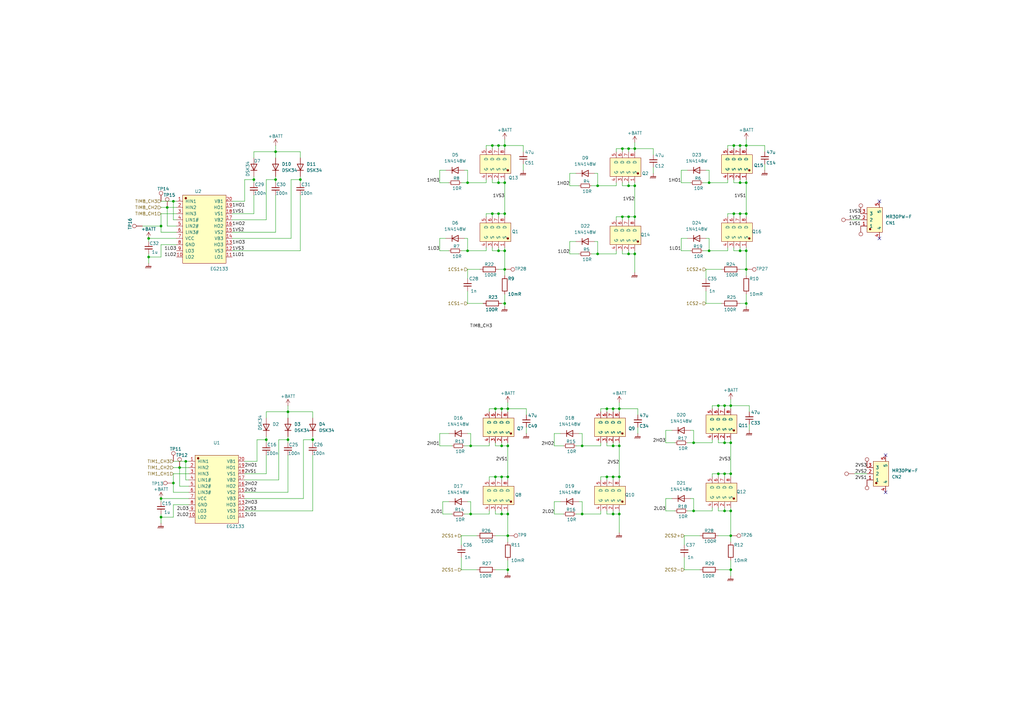
<source format=kicad_sch>
(kicad_sch (version 20231120) (generator "eeschema") (generator_version "8.0")
  (paper "A3")
  (junction (at 208.28 233.68))
  (junction (at 260.35 60.96))
  (junction (at 299.72 219.71))
  (junction (at 254 210.82))
  (junction (at 118.11 180.34))
  (junction (at 294.64 166.37))
  (junction (at 257.81 76.2))
  (junction (at 303.53 59.69))
  (junction (at 290.83 102.87))
  (junction (at 238.76 182.88))
  (junction (at 205.74 167.64))
  (junction (at 205.74 182.88))
  (junction (at 60.96 97.79))
  (junction (at 251.46 167.64))
  (junction (at 76.2 189.23))
  (junction (at 306.07 102.87))
  (junction (at 248.92 195.58))
  (junction (at 290.83 74.93))
  (junction (at 71.12 82.55))
  (junction (at 191.77 102.87))
  (junction (at 254 167.64))
  (junction (at 297.18 181.61))
  (junction (at 245.11 76.2))
  (junction (at 297.18 194.31))
  (junction (at 251.46 210.82))
  (junction (at 207.01 87.63))
  (junction (at 257.81 88.9))
  (junction (at 299.72 166.37))
  (junction (at 191.77 74.93))
  (junction (at 299.72 233.68))
  (junction (at 113.03 73.66))
  (junction (at 208.28 195.58))
  (junction (at 204.47 59.69))
  (junction (at 251.46 195.58))
  (junction (at 306.07 110.49))
  (junction (at 306.07 59.69))
  (junction (at 255.27 88.9))
  (junction (at 66.04 92.71))
  (junction (at 201.93 87.63))
  (junction (at 207.01 102.87))
  (junction (at 201.93 59.69))
  (junction (at 284.48 181.61))
  (junction (at 205.74 210.82))
  (junction (at 208.28 167.64))
  (junction (at 260.35 88.9))
  (junction (at 204.47 102.87))
  (junction (at 303.53 102.87))
  (junction (at 300.99 87.63))
  (junction (at 251.46 182.88))
  (junction (at 205.74 195.58))
  (junction (at 203.2 167.64))
  (junction (at 297.18 209.55))
  (junction (at 208.28 219.71))
  (junction (at 204.47 74.93))
  (junction (at 113.03 62.23))
  (junction (at 257.81 104.14))
  (junction (at 207.01 74.93))
  (junction (at 303.53 74.93))
  (junction (at 260.35 104.14))
  (junction (at 207.01 110.49))
  (junction (at 303.53 87.63))
  (junction (at 71.12 198.12))
  (junction (at 248.92 167.64))
  (junction (at 294.64 194.31))
  (junction (at 118.11 168.91))
  (junction (at 254 182.88))
  (junction (at 204.47 87.63))
  (junction (at 66.04 204.47))
  (junction (at 297.18 166.37))
  (junction (at 208.28 210.82))
  (junction (at 260.35 76.2))
  (junction (at 109.22 180.34))
  (junction (at 299.72 194.31))
  (junction (at 300.99 59.69))
  (junction (at 306.07 124.46))
  (junction (at 73.66 191.77))
  (junction (at 245.11 104.14))
  (junction (at 255.27 60.96))
  (junction (at 123.19 73.66))
  (junction (at 66.04 212.09))
  (junction (at 257.81 60.96))
  (junction (at 299.72 209.55))
  (junction (at 254 195.58))
  (junction (at 193.04 210.82))
  (junction (at 104.14 73.66))
  (junction (at 193.04 182.88))
  (junction (at 203.2 195.58))
  (junction (at 306.07 87.63))
  (junction (at 284.48 209.55))
  (junction (at 128.27 180.34))
  (junction (at 68.58 85.09))
  (junction (at 207.01 59.69))
  (junction (at 208.28 182.88))
  (junction (at 207.01 124.46))
  (junction (at 299.72 181.61))
  (junction (at 306.07 74.93))
  (junction (at 60.96 105.41))
  (junction (at 238.76 210.82))
  (no_connect (at 360.68 82.55))
  (no_connect (at 360.68 97.79))
  (no_connect (at 363.22 186.69))
  (no_connect (at 363.22 201.93))
  (wire (pts (xy 280.67 233.68) (xy 280.67 228.6)))
  (wire (pts (xy 233.68 76.2) (xy 237.49 76.2)))
  (wire (pts (xy 203.2 167.64) (xy 205.74 167.64)))
  (wire (pts (xy 251.46 195.58) (xy 251.46 196.85)))
  (wire (pts (xy 298.45 101.6) (xy 298.45 102.87)))
  (wire (pts (xy 203.2 210.82) (xy 205.74 210.82)))
  (wire (pts (xy 306.07 74.93) (xy 303.53 74.93)))
  (wire (pts (xy 254 210.82) (xy 254 209.55)))
  (wire (pts (xy 109.22 179.07) (xy 109.22 180.34)))
  (wire (pts (xy 207.01 87.63) (xy 207.01 88.9)))
  (wire (pts (xy 201.93 59.69) (xy 201.93 60.96)))
  (wire (pts (xy 252.73 62.23) (xy 252.73 60.96)))
  (wire (pts (xy 105.41 189.23) (xy 100.33 189.23)))
  (wire (pts (xy 191.77 102.87) (xy 199.39 102.87)))
  (wire (pts (xy 299.72 166.37) (xy 299.72 167.64)))
  (wire (pts (xy 104.14 72.39) (xy 104.14 73.66)))
  (wire (pts (xy 205.74 167.64) (xy 208.28 167.64)))
  (wire (pts (xy 292.1 180.34) (xy 292.1 181.61)))
  (wire (pts (xy 191.77 74.93) (xy 199.39 74.93)))
  (wire (pts (xy 237.49 205.74) (xy 238.76 205.74)))
  (wire (pts (xy 200.66 196.85) (xy 200.66 195.58)))
  (wire (pts (xy 72.39 95.25) (xy 66.04 95.25)))
  (wire (pts (xy 300.99 73.66) (xy 300.99 74.93)))
  (wire (pts (xy 123.19 64.77) (xy 123.19 62.23)))
  (wire (pts (xy 297.18 166.37) (xy 297.18 167.64)))
  (wire (pts (xy 180.34 102.87) (xy 184.15 102.87)))
  (wire (pts (xy 289.56 97.79) (xy 290.83 97.79)))
  (wire (pts (xy 208.28 182.88) (xy 208.28 195.58)))
  (wire (pts (xy 58.42 92.71) (xy 66.04 92.71)))
  (wire (pts (xy 114.3 180.34) (xy 114.3 196.85)))
  (wire (pts (xy 255.27 60.96) (xy 255.27 62.23)))
  (wire (pts (xy 246.38 209.55) (xy 246.38 210.82)))
  (wire (pts (xy 246.38 168.91) (xy 246.38 167.64)))
  (wire (pts (xy 254 165.1) (xy 254 167.64)))
  (wire (pts (xy 300.99 102.87) (xy 303.53 102.87)))
  (wire (pts (xy 184.15 177.8) (xy 180.34 177.8)))
  (wire (pts (xy 128.27 171.45) (xy 128.27 168.91)))
  (wire (pts (xy 287.02 219.71) (xy 280.67 219.71)))
  (wire (pts (xy 246.38 167.64) (xy 248.92 167.64)))
  (wire (pts (xy 236.22 210.82) (xy 238.76 210.82)))
  (wire (pts (xy 201.93 73.66) (xy 201.93 74.93)))
  (wire (pts (xy 257.81 60.96) (xy 260.35 60.96)))
  (wire (pts (xy 204.47 102.87) (xy 207.01 102.87)))
  (wire (pts (xy 208.28 167.64) (xy 208.28 168.91)))
  (wire (pts (xy 261.62 175.26) (xy 261.62 177.8)))
  (wire (pts (xy 199.39 59.69) (xy 201.93 59.69)))
  (wire (pts (xy 191.77 69.85) (xy 191.77 74.93)))
  (wire (pts (xy 297.18 194.31) (xy 299.72 194.31)))
  (wire (pts (xy 294.64 219.71) (xy 299.72 219.71)))
  (wire (pts (xy 77.47 201.93) (xy 71.12 201.93)))
  (wire (pts (xy 261.62 170.18) (xy 261.62 167.64)))
  (wire (pts (xy 118.11 168.91) (xy 109.22 168.91)))
  (wire (pts (xy 254 210.82) (xy 254 218.44)))
  (wire (pts (xy 208.28 181.61) (xy 208.28 182.88)))
  (wire (pts (xy 60.96 97.79) (xy 60.96 99.06)))
  (wire (pts (xy 208.28 219.71) (xy 208.28 222.25)))
  (wire (pts (xy 248.92 210.82) (xy 251.46 210.82)))
  (wire (pts (xy 66.04 82.55) (xy 71.12 82.55)))
  (wire (pts (xy 207.01 74.93) (xy 207.01 87.63)))
  (wire (pts (xy 201.93 102.87) (xy 204.47 102.87)))
  (wire (pts (xy 246.38 181.61) (xy 246.38 182.88)))
  (wire (pts (xy 294.64 180.34) (xy 294.64 181.61)))
  (wire (pts (xy 238.76 177.8) (xy 238.76 182.88)))
  (wire (pts (xy 123.19 62.23) (xy 113.03 62.23)))
  (wire (pts (xy 118.11 168.91) (xy 118.11 171.45)))
  (wire (pts (xy 66.04 100.33) (xy 66.04 105.41)))
  (wire (pts (xy 208.28 167.64) (xy 215.9 167.64)))
  (wire (pts (xy 72.39 90.17) (xy 71.12 90.17)))
  (wire (pts (xy 66.04 204.47) (xy 66.04 205.74)))
  (wire (pts (xy 104.14 87.63) (xy 95.25 87.63)))
  (wire (pts (xy 251.46 209.55) (xy 251.46 210.82)))
  (wire (pts (xy 242.57 76.2) (xy 245.11 76.2)))
  (wire (pts (xy 280.67 219.71) (xy 280.67 223.52)))
  (wire (pts (xy 281.94 69.85) (xy 279.4 69.85)))
  (wire (pts (xy 68.58 92.71) (xy 68.58 85.09)))
  (wire (pts (xy 66.04 212.09) (xy 66.04 214.63)))
  (wire (pts (xy 113.03 73.66) (xy 109.22 73.66)))
  (wire (pts (xy 113.03 62.23) (xy 104.14 62.23)))
  (wire (pts (xy 104.14 62.23) (xy 104.14 64.77)))
  (wire (pts (xy 204.47 87.63) (xy 207.01 87.63)))
  (wire (pts (xy 66.04 87.63) (xy 72.39 87.63)))
  (wire (pts (xy 300.99 59.69) (xy 300.99 60.96)))
  (wire (pts (xy 251.46 167.64) (xy 251.46 168.91)))
  (wire (pts (xy 257.81 88.9) (xy 257.81 90.17)))
  (wire (pts (xy 119.38 73.66) (xy 119.38 97.79)))
  (wire (pts (xy 207.01 124.46) (xy 207.01 125.73)))
  (wire (pts (xy 306.07 59.69) (xy 313.69 59.69)))
  (wire (pts (xy 284.48 176.53) (xy 284.48 181.61)))
  (wire (pts (xy 207.01 74.93) (xy 204.47 74.93)))
  (wire (pts (xy 181.61 210.82) (xy 185.42 210.82)))
  (wire (pts (xy 71.12 212.09) (xy 66.04 212.09)))
  (wire (pts (xy 113.03 72.39) (xy 113.03 73.66)))
  (wire (pts (xy 233.68 104.14) (xy 237.49 104.14)))
  (wire (pts (xy 292.1 208.28) (xy 292.1 209.55)))
  (wire (pts (xy 295.91 124.46) (xy 289.56 124.46)))
  (wire (pts (xy 199.39 73.66) (xy 199.39 74.93)))
  (wire (pts (xy 289.56 69.85) (xy 290.83 69.85)))
  (wire (pts (xy 76.2 189.23) (xy 77.47 189.23)))
  (wire (pts (xy 191.77 110.49) (xy 191.77 114.3)))
  (wire (pts (xy 303.53 124.46) (xy 306.07 124.46)))
  (wire (pts (xy 233.68 71.12) (xy 233.68 76.2)))
  (wire (pts (xy 180.34 97.79) (xy 180.34 102.87)))
  (wire (pts (xy 100.33 82.55) (xy 95.25 82.55)))
  (wire (pts (xy 207.01 102.87) (xy 207.01 110.49)))
  (wire (pts (xy 306.07 124.46) (xy 306.07 125.73)))
  (wire (pts (xy 189.23 233.68) (xy 189.23 228.6)))
  (wire (pts (xy 299.72 194.31) (xy 299.72 195.58)))
  (wire (pts (xy 299.72 229.87) (xy 299.72 233.68)))
  (wire (pts (xy 281.94 97.79) (xy 279.4 97.79)))
  (wire (pts (xy 298.45 59.69) (xy 300.99 59.69)))
  (wire (pts (xy 245.11 99.06) (xy 245.11 104.14)))
  (wire (pts (xy 77.47 196.85) (xy 76.2 196.85)))
  (wire (pts (xy 283.21 204.47) (xy 284.48 204.47)))
  (wire (pts (xy 294.64 181.61) (xy 297.18 181.61)))
  (wire (pts (xy 303.53 87.63) (xy 306.07 87.63)))
  (wire (pts (xy 246.38 196.85) (xy 246.38 195.58)))
  (wire (pts (xy 201.93 101.6) (xy 201.93 102.87)))
  (wire (pts (xy 303.53 87.63) (xy 303.53 88.9)))
  (wire (pts (xy 290.83 69.85) (xy 290.83 74.93)))
  (wire (pts (xy 105.41 180.34) (xy 105.41 189.23)))
  (wire (pts (xy 284.48 209.55) (xy 292.1 209.55)))
  (wire (pts (xy 203.2 167.64) (xy 203.2 168.91)))
  (wire (pts (xy 300.99 87.63) (xy 300.99 88.9)))
  (wire (pts (xy 299.72 219.71) (xy 299.72 222.25)))
  (wire (pts (xy 66.04 92.71) (xy 66.04 87.63)))
  (wire (pts (xy 208.28 165.1) (xy 208.28 167.64)))
  (wire (pts (xy 207.01 59.69) (xy 214.63 59.69)))
  (wire (pts (xy 181.61 205.74) (xy 181.61 210.82)))
  (wire (pts (xy 297.18 194.31) (xy 297.18 195.58)))
  (wire (pts (xy 203.2 195.58) (xy 203.2 196.85)))
  (wire (pts (xy 71.12 194.31) (xy 77.47 194.31)))
  (wire (pts (xy 306.07 59.69) (xy 306.07 60.96)))
  (wire (pts (xy 283.21 176.53) (xy 284.48 176.53)))
  (wire (pts (xy 281.94 181.61) (xy 284.48 181.61)))
  (wire (pts (xy 204.47 74.93) (xy 204.47 73.66)))
  (wire (pts (xy 189.23 102.87) (xy 191.77 102.87)))
  (wire (pts (xy 118.11 179.07) (xy 118.11 180.34)))
  (wire (pts (xy 123.19 80.01) (xy 123.19 102.87)))
  (wire (pts (xy 260.35 104.14) (xy 260.35 102.87)))
  (wire (pts (xy 248.92 195.58) (xy 248.92 196.85)))
  (wire (pts (xy 300.99 101.6) (xy 300.99 102.87)))
  (wire (pts (xy 208.28 195.58) (xy 208.28 196.85)))
  (wire (pts (xy 238.76 205.74) (xy 238.76 210.82)))
  (wire (pts (xy 251.46 195.58) (xy 254 195.58)))
  (wire (pts (xy 204.47 110.49) (xy 207.01 110.49)))
  (wire (pts (xy 299.72 180.34) (xy 299.72 181.61)))
  (wire (pts (xy 195.58 219.71) (xy 189.23 219.71)))
  (wire (pts (xy 306.07 102.87) (xy 306.07 110.49)))
  (wire (pts (xy 254 195.58) (xy 254 196.85)))
  (wire (pts (xy 252.73 90.17) (xy 252.73 88.9)))
  (wire (pts (xy 199.39 60.96) (xy 199.39 59.69)))
  (wire (pts (xy 128.27 209.55) (xy 100.33 209.55)))
  (wire (pts (xy 306.07 74.93) (xy 306.07 87.63)))
  (wire (pts (xy 201.93 87.63) (xy 201.93 88.9)))
  (wire (pts (xy 109.22 186.69) (xy 109.22 194.31)))
  (wire (pts (xy 193.04 210.82) (xy 200.66 210.82)))
  (wire (pts (xy 104.14 73.66) (xy 100.33 73.66)))
  (wire (pts (xy 201.93 74.93) (xy 204.47 74.93)))
  (wire (pts (xy 204.47 101.6) (xy 204.47 102.87)))
  (wire (pts (xy 281.94 209.55) (xy 284.48 209.55)))
  (wire (pts (xy 298.45 73.66) (xy 298.45 74.93)))
  (wire (pts (xy 273.05 209.55) (xy 276.86 209.55)))
  (wire (pts (xy 273.05 176.53) (xy 273.05 181.61)))
  (wire (pts (xy 190.5 97.79) (xy 191.77 97.79)))
  (wire (pts (xy 257.81 88.9) (xy 260.35 88.9)))
  (wire (pts (xy 113.03 62.23) (xy 113.03 64.77)))
  (wire (pts (xy 233.68 99.06) (xy 233.68 104.14)))
  (wire (pts (xy 290.83 74.93) (xy 298.45 74.93)))
  (wire (pts (xy 203.2 182.88) (xy 205.74 182.88)))
  (wire (pts (xy 298.45 88.9) (xy 298.45 87.63)))
  (wire (pts (xy 77.47 199.39) (xy 73.66 199.39)))
  (wire (pts (xy 257.81 102.87) (xy 257.81 104.14)))
  (wire (pts (xy 279.4 102.87) (xy 283.21 102.87)))
  (wire (pts (xy 71.12 191.77) (xy 73.66 191.77)))
  (wire (pts (xy 72.39 92.71) (xy 68.58 92.71)))
  (wire (pts (xy 294.64 166.37) (xy 294.64 167.64)))
  (wire (pts (xy 113.03 80.01) (xy 113.03 95.25)))
  (wire (pts (xy 208.28 210.82) (xy 208.28 219.71)))
  (wire (pts (xy 255.27 88.9) (xy 255.27 90.17)))
  (wire (pts (xy 207.01 73.66) (xy 207.01 74.93)))
  (wire (pts (xy 113.03 59.69) (xy 113.03 62.23)))
  (wire (pts (xy 288.29 74.93) (xy 290.83 74.93)))
  (wire (pts (xy 260.35 88.9) (xy 260.35 90.17)))
  (wire (pts (xy 190.5 182.88) (xy 193.04 182.88)))
  (wire (pts (xy 298.45 60.96) (xy 298.45 59.69)))
  (wire (pts (xy 260.35 104.14) (xy 260.35 111.76)))
  (wire (pts (xy 254 182.88) (xy 251.46 182.88)))
  (wire (pts (xy 205.74 195.58) (xy 205.74 196.85)))
  (wire (pts (xy 203.2 181.61) (xy 203.2 182.88)))
  (wire (pts (xy 180.34 182.88) (xy 185.42 182.88)))
  (wire (pts (xy 71.12 82.55) (xy 72.39 82.55)))
  (wire (pts (xy 313.69 62.23) (xy 313.69 59.69)))
  (wire (pts (xy 66.04 105.41) (xy 60.96 105.41)))
  (wire (pts (xy 72.39 97.79) (xy 60.96 97.79)))
  (wire (pts (xy 299.72 181.61) (xy 299.72 194.31)))
  (wire (pts (xy 299.72 209.55) (xy 299.72 208.28)))
  (wire (pts (xy 180.34 177.8) (xy 180.34 182.88)))
  (wire (pts (xy 299.72 233.68) (xy 299.72 236.22)))
  (wire (pts (xy 299.72 181.61) (xy 297.18 181.61)))
  (wire (pts (xy 300.99 59.69) (xy 303.53 59.69)))
  (wire (pts (xy 193.04 182.88) (xy 200.66 182.88)))
  (wire (pts (xy 306.07 73.66) (xy 306.07 74.93)))
  (wire (pts (xy 284.48 181.61) (xy 292.1 181.61)))
  (wire (pts (xy 199.39 101.6) (xy 199.39 102.87)))
  (wire (pts (xy 254 181.61) (xy 254 182.88)))
  (wire (pts (xy 248.92 209.55) (xy 248.92 210.82)))
  (wire (pts (xy 243.84 71.12) (xy 245.11 71.12)))
  (wire (pts (xy 68.58 85.09) (xy 72.39 85.09)))
  (wire (pts (xy 245.11 104.14) (xy 252.73 104.14)))
  (wire (pts (xy 60.96 104.14) (xy 60.96 105.41)))
  (wire (pts (xy 191.77 205.74) (xy 193.04 205.74)))
  (wire (pts (xy 255.27 104.14) (xy 257.81 104.14)))
  (wire (pts (xy 71.12 90.17) (xy 71.12 82.55)))
  (wire (pts (xy 191.77 177.8) (xy 193.04 177.8)))
  (wire (pts (xy 190.5 69.85) (xy 191.77 69.85)))
  (wire (pts (xy 227.33 205.74) (xy 227.33 210.82)))
  (wire (pts (xy 299.72 209.55) (xy 299.72 219.71)))
  (wire (pts (xy 260.35 58.42) (xy 260.35 60.96)))
  (wire (pts (xy 196.85 110.49) (xy 191.77 110.49)))
  (wire (pts (xy 204.47 87.63) (xy 204.47 88.9)))
  (wire (pts (xy 104.14 73.66) (xy 104.14 74.93)))
  (wire (pts (xy 299.72 166.37) (xy 307.34 166.37)))
  (wire (pts (xy 257.81 76.2) (xy 257.81 74.93)))
  (wire (pts (xy 118.11 186.69) (xy 118.11 201.93)))
  (wire (pts (xy 303.53 102.87) (xy 306.07 102.87)))
  (wire (pts (xy 204.47 59.69) (xy 204.47 60.96)))
  (wire (pts (xy 306.07 57.15) (xy 306.07 59.69)))
  (wire (pts (xy 109.22 180.34) (xy 109.22 181.61)))
  (wire (pts (xy 128.27 168.91) (xy 118.11 168.91)))
  (wire (pts (xy 205.74 124.46) (xy 207.01 124.46)))
  (wire (pts (xy 294.64 233.68) (xy 299.72 233.68)))
  (wire (pts (xy 193.04 177.8) (xy 193.04 182.88)))
  (wire (pts (xy 195.58 233.68) (xy 189.23 233.68)))
  (wire (pts (xy 255.27 74.93) (xy 255.27 76.2)))
  (wire (pts (xy 289.56 124.46) (xy 289.56 119.38)))
  (wire (pts (xy 255.27 60.96) (xy 257.81 60.96)))
  (wire (pts (xy 205.74 209.55) (xy 205.74 210.82)))
  (wire (pts (xy 199.39 87.63) (xy 201.93 87.63)))
  (wire (pts (xy 290.83 102.87) (xy 298.45 102.87)))
  (wire (pts (xy 203.2 233.68) (xy 208.28 233.68)))
  (wire (pts (xy 260.35 76.2) (xy 257.81 76.2)))
  (wire (pts (xy 248.92 182.88) (xy 251.46 182.88)))
  (wire (pts (xy 208.28 182.88) (xy 205.74 182.88)))
  (wire (pts (xy 205.74 167.64) (xy 205.74 168.91)))
  (wire (pts (xy 246.38 195.58) (xy 248.92 195.58)))
  (wire (pts (xy 255.27 102.87) (xy 255.27 104.14)))
  (wire (pts (xy 182.88 97.79) (xy 180.34 97.79)))
  (wire (pts (xy 73.66 199.39) (xy 73.66 191.77)))
  (wire (pts (xy 200.66 181.61) (xy 200.66 182.88)))
  (wire (pts (xy 307.34 168.91) (xy 307.34 166.37)))
  (wire (pts (xy 190.5 210.82) (xy 193.04 210.82)))
  (wire (pts (xy 273.05 204.47) (xy 273.05 209.55)))
  (wire (pts (xy 60.96 105.41) (xy 60.96 107.95)))
  (wire (pts (xy 303.53 59.69) (xy 303.53 60.96)))
  (wire (pts (xy 109.22 194.31) (xy 100.33 194.31)))
  (wire (pts (xy 123.19 73.66) (xy 119.38 73.66)))
  (wire (pts (xy 306.07 87.63) (xy 306.07 88.9)))
  (wire (pts (xy 207.01 102.87) (xy 207.01 101.6)))
  (wire (pts (xy 95.25 97.79) (xy 119.38 97.79)))
  (wire (pts (xy 201.93 59.69) (xy 204.47 59.69)))
  (wire (pts (xy 294.64 194.31) (xy 294.64 195.58)))
  (wire (pts (xy 205.74 182.88) (xy 205.74 181.61)))
  (wire (pts (xy 306.07 102.87) (xy 306.07 101.6)))
  (wire (pts (xy 227.33 210.82) (xy 231.14 210.82)))
  (wire (pts (xy 109.22 180.34) (xy 105.41 180.34)))
  (wire (pts (xy 279.4 69.85) (xy 279.4 74.93)))
  (wire (pts (xy 297.18 208.28) (xy 297.18 209.55)))
  (wire (pts (xy 248.92 181.61) (xy 248.92 182.88)))
  (wire (pts (xy 118.11 180.34) (xy 114.3 180.34)))
  (wire (pts (xy 245.11 71.12) (xy 245.11 76.2)))
  (wire (pts (xy 207.01 120.65) (xy 207.01 124.46)))
  (wire (pts (xy 128.27 180.34) (xy 128.27 181.61)))
  (wire (pts (xy 214.63 62.23) (xy 214.63 59.69)))
  (wire (pts (xy 229.87 205.74) (xy 227.33 205.74)))
  (wire (pts (xy 260.35 74.93) (xy 260.35 76.2)))
  (wire (pts (xy 71.12 189.23) (xy 76.2 189.23)))
  (wire (pts (xy 203.2 195.58) (xy 205.74 195.58)))
  (wire (pts (xy 199.39 88.9) (xy 199.39 87.63)))
  (wire (pts (xy 252.73 102.87) (xy 252.73 104.14)))
  (wire (pts (xy 100.33 204.47) (xy 124.46 204.47)))
  (wire (pts (xy 287.02 233.68) (xy 280.67 233.68)))
  (wire (pts (xy 236.22 71.12) (xy 233.68 71.12)))
  (wire (pts (xy 76.2 196.85) (xy 76.2 189.23)))
  (wire (pts (xy 208.28 233.68) (xy 208.28 234.95)))
  (wire (pts (xy 267.97 63.5) (xy 267.97 60.96)))
  (wire (pts (xy 292.1 195.58) (xy 292.1 194.31)))
  (wire (pts (xy 254 167.64) (xy 254 168.91)))
  (wire (pts (xy 214.63 67.31) (xy 214.63 69.85)))
  (wire (pts (xy 198.12 124.46) (xy 191.77 124.46)))
  (wire (pts (xy 349.25 90.17) (xy 353.06 90.17)))
  (wire (pts (xy 204.47 59.69) (xy 207.01 59.69)))
  (wire (pts (xy 215.9 175.26) (xy 215.9 177.8)))
  (wire (pts (xy 237.49 177.8) (xy 238.76 177.8)))
  (wire (pts (xy 109.22 73.66) (xy 109.22 90.17)))
  (wire (pts (xy 227.33 182.88) (xy 231.14 182.88)))
  (wire (pts (xy 109.22 168.91) (xy 109.22 171.45)))
  (wire (pts (xy 254 167.64) (xy 261.62 167.64)))
  (wire (pts (xy 238.76 210.82) (xy 246.38 210.82)))
  (wire (pts (xy 227.33 177.8) (xy 227.33 182.88)))
  (wire (pts (xy 207.01 110.49) (xy 207.01 113.03)))
  (wire (pts (xy 104.14 80.01) (xy 104.14 87.63)))
  (wire (pts (xy 251.46 167.64) (xy 254 167.64)))
  (wire (pts (xy 292.1 194.31) (xy 294.64 194.31)))
  (wire (pts (xy 203.2 209.55) (xy 203.2 210.82)))
  (wire (pts (xy 245.11 76.2) (xy 252.73 76.2)))
  (wire (pts (xy 257.81 104.14) (xy 260.35 104.14)))
  (wire (pts (xy 254 182.88) (xy 254 195.58)))
  (wire (pts (xy 236.22 182.88) (xy 238.76 182.88)))
  (wire (pts (xy 295.91 110.49) (xy 289.56 110.49)))
  (wire (pts (xy 208.28 210.82) (xy 208.28 209.55)))
  (wire (pts (xy 260.35 76.2) (xy 260.35 88.9)))
  (wire (pts (xy 306.07 110.49) (xy 306.07 113.03)))
  (wire (pts (xy 307.34 173.99) (xy 307.34 176.53)))
  (wire (pts (xy 66.04 95.25) (xy 66.04 92.71)))
  (wire (pts (xy 207.01 59.69) (xy 207.01 60.96)))
  (wire (pts (xy 294.64 208.28) (xy 294.64 209.55)))
  (wire (pts (xy 180.34 69.85) (xy 180.34 74.93)))
  (wire (pts (xy 66.04 210.82) (xy 66.04 212.09)))
  (wire (pts (xy 182.88 69.85) (xy 180.34 69.85)))
  (wire (pts (xy 113.03 73.66) (xy 113.03 74.93)))
  (wire (pts (xy 248.92 167.64) (xy 248.92 168.91)))
  (wire (pts (xy 128.27 180.34) (xy 124.46 180.34)))
  (wire (pts (xy 118.11 166.37) (xy 118.11 168.91)))
  (wire (pts (xy 350.52 194.31) (xy 355.6 194.31)))
  (wire (pts (xy 260.35 60.96) (xy 260.35 62.23)))
  (wire (pts (xy 248.92 195.58) (xy 251.46 195.58)))
  (wire (pts (xy 289.56 110.49) (xy 289.56 114.3)))
  (wire (pts (xy 297.18 166.37) (xy 299.72 166.37)))
  (wire (pts (xy 113.03 95.25) (xy 95.25 95.25)))
  (wire (pts (xy 180.34 74.93) (xy 184.15 74.93)))
  (wire (pts (xy 200.66 195.58) (xy 203.2 195.58)))
  (wire (pts (xy 267.97 68.58) (xy 267.97 71.12)))
  (wire (pts (xy 191.77 97.79) (xy 191.77 102.87)))
  (wire (pts (xy 297.18 209.55) (xy 299.72 209.55)))
  (wire (pts (xy 184.15 205.74) (xy 181.61 205.74)))
  (wire (pts (xy 290.83 97.79) (xy 290.83 102.87)))
  (wire (pts (xy 279.4 97.79) (xy 279.4 102.87)))
  (wire (pts (xy 208.28 229.87) (xy 208.28 233.68)))
  (wire (pts (xy 255.27 88.9) (xy 257.81 88.9)))
  (wire (pts (xy 205.74 210.82) (xy 208.28 210.82)))
  (wire (pts (xy 200.66 168.91) (xy 200.66 167.64)))
  (wire (pts (xy 292.1 166.37) (xy 294.64 166.37)))
  (wire (pts (xy 303.53 74.93) (xy 303.53 73.66)))
  (wire (pts (xy 303.53 101.6) (xy 303.53 102.87)))
  (wire (pts (xy 72.39 100.33) (xy 66.04 100.33)))
  (wire (pts (xy 77.47 207.01) (xy 71.12 207.01)))
  (wire (pts (xy 189.23 219.71) (xy 189.23 223.52)))
  (wire (pts (xy 275.59 176.53) (xy 273.05 176.53)))
  (wire (pts (xy 288.29 102.87) (xy 290.83 102.87)))
  (wire (pts (xy 109.22 90.17) (xy 95.25 90.17)))
  (wire (pts (xy 294.64 194.31) (xy 297.18 194.31)))
  (wire (pts (xy 303.53 110.49) (xy 306.07 110.49)))
  (wire (pts (xy 71.12 207.01) (xy 71.12 212.09)))
  (wire (pts (xy 215.9 170.18) (xy 215.9 167.64)))
  (wire (pts (xy 66.04 85.09) (xy 68.58 85.09)))
  (wire (pts (xy 124.46 180.34) (xy 124.46 204.47)))
  (wire (pts (xy 313.69 67.31) (xy 313.69 69.85)))
  (wire (pts (xy 118.11 201.93) (xy 100.33 201.93)))
  (wire (pts (xy 252.73 74.93) (xy 252.73 76.2)))
  (wire (pts (xy 251.46 210.82) (xy 254 210.82)))
  (wire (pts (xy 243.84 99.06) (xy 245.11 99.06)))
  (wire (pts (xy 292.1 167.64) (xy 292.1 166.37)))
  (wire (pts (xy 118.11 180.34) (xy 118.11 181.61)))
  (wire (pts (xy 299.72 163.83) (xy 299.72 166.37)))
  (wire (pts (xy 73.66 191.77) (xy 77.47 191.77)))
  (wire (pts (xy 257.81 60.96) (xy 257.81 62.23)))
  (wire (pts (xy 123.19 73.66) (xy 123.19 74.93)))
  (wire (pts (xy 201.93 87.63) (xy 204.47 87.63)))
  (wire (pts (xy 303.53 59.69) (xy 306.07 59.69)))
  (wire (pts (xy 306.07 120.65) (xy 306.07 124.46)))
  (wire (pts (xy 300.99 74.93) (xy 303.53 74.93)))
  (wire (pts (xy 114.3 196.85) (xy 100.33 196.85)))
  (wire (pts (xy 238.76 182.88) (xy 246.38 182.88)))
  (wire (pts (xy 193.04 205.74) (xy 193.04 210.82)))
  (wire (pts (xy 200.66 167.64) (xy 203.2 167.64)))
  (wire (pts (xy 294.64 166.37) (xy 297.18 166.37)))
  (wire (pts (xy 128.27 186.69) (xy 128.27 209.55)))
  (wire (pts (xy 71.12 201.93) (xy 71.12 198.12)))
  (wire (pts (xy 236.22 99.06) (xy 233.68 99.06)))
  (wire (pts (xy 300.99 87.63) (xy 303.53 87.63)))
  (wire (pts (xy 284.48 204.47) (xy 284.48 209.55)))
  (wire (pts (xy 203.2 219.71) (xy 208.28 219.71)))
  (wire (pts (xy 298.45 87.63) (xy 300.99 87.63)))
  (wire (pts (xy 273.05 181.61) (xy 276.86 181.61)))
  (wire (pts (xy 123.19 72.39) (xy 123.19 73.66)))
  (wire (pts (xy 100.33 73.66) (xy 100.33 82.55)))
  (wire (pts (xy 207.01 57.15) (xy 207.01 59.69)))
  (wire (pts (xy 252.73 60.96) (xy 255.27 60.96)))
  (wire (pts (xy 275.59 204.47) (xy 273.05 204.47)))
  (wire (pts (xy 205.74 195.58) (xy 208.28 195.58)))
  (wire (pts (xy 255.27 76.2) (xy 257.81 76.2)))
  (wire (pts (xy 297.18 181.61) (xy 297.18 180.34)))
  (wire (pts (xy 294.64 209.55) (xy 297.18 209.55)))
  (wire (pts (xy 71.12 198.12) (xy 71.12 194.31)))
  (wire (pts (xy 77.47 204.47) (xy 66.04 204.47)))
  (wire (pts (xy 242.57 104.14) (xy 245.11 104.14)))
  (wire (pts (xy 251.46 182.88) (xy 251.46 181.61)))
  (wire (pts (xy 260.35 60.96) (xy 267.97 60.96)))
  (wire (pts (xy 128.27 179.07) (xy 128.27 180.34)))
  (wire (pts (xy 279.4 74.93) (xy 283.21 74.93)))
  (wire (pts (xy 252.73 88.9) (xy 255.27 88.9)))
  (wire (pts (xy 123.19 102.87) (xy 95.25 102.87)))
  (wire (pts (xy 200.66 209.55) (xy 200.66 210.82)))
  (wire (pts (xy 248.92 167.64) (xy 251.46 167.64)))
  (wire (pts (xy 189.23 74.93) (xy 191.77 74.93)))
  (wire (pts (xy 191.77 124.46) (xy 191.77 119.38)))
  (wire (pts (xy 229.87 177.8) (xy 227.33 177.8)))
  (label "2VS1" (at 100.33 194.31 0))
  (label "1HO2" (at 233.68 76.2 180))
  (label "2VS1" (at 208.28 189.23 180))
  (label "2LO2" (at 77.47 212.09 180))
  (label "2LO3" (at 273.05 209.55 180))
  (label "1VS1" (at 95.25 87.63 0))
  (label "2VS2" (at 254 190.5 180))
  (label "1VS1" (at 353.06 92.71 180))
  (label "2VS3" (at 100.33 209.55 0))
  (label "1HO1" (at 95.25 85.09 0))
  (label "1HO1" (at 279.4 74.93 180))
  (label "1VS3" (at 353.06 87.63 180))
  (label "1LO1" (at 279.4 102.87 180))
  (label "2HO2" (at 227.33 182.88 180))
  (label "1HO3" (at 180.34 74.93 180))
  (label "2HO1" (at 100.33 191.77 0))
  (label "2LO2" (at 227.33 210.82 180))
  (label "2LO1" (at 100.33 212.09 0))
  (label "1VS3" (at 95.25 102.87 0))
  (label "1LO1" (at 95.25 105.41 0))
  (label "1LO2" (at 72.39 105.41 180))
  (label "TIM8_CH3" (at 201.93 134.62 180))
  (label "2LO3" (at 77.47 209.55 180))
  (label "1VS2" (at 95.25 95.25 0))
  (label "1HO2" (at 95.25 92.71 0))
  (label "2HO3" (at 100.33 207.01 0))
  (label "1LO3" (at 180.34 102.87 180))
  (label "1VS1" (at 306.07 81.28 180))
  (label "1VS2" (at 353.06 90.17 180))
  (label "1LO2" (at 233.68 104.14 180))
  (label "2VS3" (at 355.6 191.77 180))
  (label "1VS2" (at 260.35 82.55 180))
  (label "2LO1" (at 181.61 210.82 180))
  (label "2VS2" (at 100.33 201.93 0))
  (label "2HO2" (at 100.33 199.39 0))
  (label "2VS2" (at 355.6 194.31 180))
  (label "2VS3" (at 299.72 189.23 180))
  (label "2HO3" (at 273.05 181.61 180))
  (label "2VS1" (at 355.6 196.85 180))
  (label "2HO1" (at 180.34 182.88 180))
  (label "1VS3" (at 207.01 81.28 180))
  (label "1HO3" (at 95.25 100.33 0))
  (label "1LO3" (at 72.39 102.87 180))
  (hierarchical_label "TIM8_CH3" (shape input) (at 66.04 82.55 180))
  (hierarchical_label "2CS1+" (shape input) (at 189.23 219.71 180))
  (hierarchical_label "2CS2-" (shape input) (at 280.67 233.68 180))
  (hierarchical_label "1CS1+" (shape input) (at 191.77 110.49 180))
  (hierarchical_label "TIM1_CH2" (shape input) (at 71.12 191.77 180))
  (hierarchical_label "2CS1-" (shape input) (at 189.23 233.68 180))
  (hierarchical_label "TIM8_CH2" (shape input) (at 66.04 85.09 180))
  (hierarchical_label "1CS2-" (shape input) (at 289.56 124.46 180))
  (hierarchical_label "1CS1-" (shape input) (at 191.77 124.46 180))
  (hierarchical_label "2CS2+" (shape input) (at 280.67 219.71 180))
  (hierarchical_label "TIM1_CH1" (shape input) (at 71.12 194.31 180))
  (hierarchical_label "TIM1_CH3" (shape input) (at 71.12 189.23 180))
  (hierarchical_label "TIM8_CH1" (shape input) (at 66.04 87.63 180))
  (hierarchical_label "1CS2+" (shape input) (at 289.56 110.49 180))
  (symbol (lib_id "Device:C_Small") (at 214.63 64.77 0) (mirror x) (unit 1)
    (property "Reference" "C51" (at 217.17 66.802 0))
    (property "Value" "47u" (at 217.17 62.484 0))
    (property "Footprint" "Capacitor_SMD:C_1206_3216Metric_Pad1.33x1.80mm_HandSolder" (effects (hide yes)))
    (property "Description" "Unpolarized capacitor, small symbol" (effects (hide yes)))
  )
  (symbol (lib_id "power:+BATT") (at 113.03 59.69 0) (unit 1)
    (property "Reference" "#PWR019" (effects (hide yes)))
    (property "Value" "+BATT" (at 113.03 55.88 0))
    (property "Description" "Power symbol creates a global label with name \"+BATT\"" (effects (hide yes)))
  )
  (symbol (lib_id "Device:R") (at 201.93 124.46 270) (unit 1)
    (property "Reference" "R23" (at 202.184 121.92 90))
    (property "Value" "100R" (at 201.676 127 90))
    (property "Footprint" "Resistor_SMD:R_0603_1608Metric_Pad0.98x0.95mm_HandSolder" (effects (hide yes)))
  )
  (symbol (lib_id "bldcDriver:EMB09N03V") (at 256.54 96.52 270) (mirror x) (unit 1)
    (property "Reference" "Q14" (at 264.668 96.266 90))
    (property "Value" "EMB09N03V" (effects (hide yes)))
    (property "Footprint" "balancerDriver:POWERTDFN-8_L3.1-W3.1-P0.65-LS3.3-BL" (effects (hide yes)))
    (property "Datasheet" "http://www.szlcsc.com/product/details_466504.html" (effects (hide yes)))
    (property "Description" "C461957" (effects (hide yes)))
    (property "uuid" "std:de0ac5e8676e401a8425019b2d90a718" (effects (hide yes)))
  )
  (symbol (lib_id "bldcDriver:EMB09N03V") (at 203.2 67.31 270) (mirror x) (unit 1)
    (property "Reference" "Q13" (at 210.566 72.898 90))
    (property "Value" "EMB09N03V" (effects (hide yes)))
    (property "Footprint" "balancerDriver:POWERTDFN-8_L3.1-W3.1-P0.65-LS3.3-BL" (effects (hide yes)))
    (property "Datasheet" "http://www.szlcsc.com/product/details_466504.html" (effects (hide yes)))
    (property "Description" "C461957" (effects (hide yes)))
    (property "uuid" "std:de0ac5e8676e401a8425019b2d90a718" (effects (hide yes)))
  )
  (symbol (lib_id "bldcDriver:EMB09N03V") (at 302.26 95.25 270) (mirror x) (unit 1)
    (property "Reference" "Q16" (at 310.388 94.996 90))
    (property "Value" "EMB09N03V" (effects (hide yes)))
    (property "Footprint" "balancerDriver:POWERTDFN-8_L3.1-W3.1-P0.65-LS3.3-BL" (effects (hide yes)))
    (property "Datasheet" "http://www.szlcsc.com/product/details_466504.html" (effects (hide yes)))
    (property "Description" "C461957" (effects (hide yes)))
    (property "uuid" "std:de0ac5e8676e401a8425019b2d90a718" (effects (hide yes)))
  )
  (symbol (lib_id "Connector:TestPoint") (at 208.28 219.71 270) (unit 1)
    (property "Reference" "TP9" (at 212.344 219.456 90) (effects (justify left)))
    (property "Value" "TestPoint" (effects (hide yes)))
    (property "Footprint" "TestPoint:TestPoint_Pad_D1.0mm" (effects (hide yes)))
    (property "Description" "test point" (effects (hide yes)))
  )
  (symbol (lib_id "Device:R_Small") (at 233.68 182.88 90) (unit 1)
    (property "Reference" "R15" (at 234.188 181.102 90))
    (property "Value" "10R" (at 234.442 185.166 90))
    (property "Footprint" "Resistor_SMD:R_0603_1608Metric_Pad0.98x0.95mm_HandSolder" (effects (hide yes)))
    (property "Description" "Resistor, small symbol" (effects (hide yes)))
  )
  (symbol (lib_id "bldcDriver:EMB09N03V") (at 250.19 175.26 270) (mirror x) (unit 1)
    (property "Reference" "Q9" (at 259.08 175.768 90))
    (property "Value" "EMB09N03V" (effects (hide yes)))
    (property "Footprint" "balancerDriver:POWERTDFN-8_L3.1-W3.1-P0.65-LS3.3-BL" (effects (hide yes)))
    (property "Datasheet" "http://www.szlcsc.com/product/details_466504.html" (effects (hide yes)))
    (property "Description" "C461957" (effects (hide yes)))
    (property "uuid" "std:de0ac5e8676e401a8425019b2d90a718" (effects (hide yes)))
  )
  (symbol (lib_id "power:+BATT") (at 254 165.1 0) (unit 1)
    (property "Reference" "#PWR029" (effects (hide yes)))
    (property "Value" "+BATT" (at 254 161.29 0))
    (property "Description" "Power symbol creates a global label with name \"+BATT\"" (effects (hide yes)))
  )
  (symbol (lib_id "power:GNDPWR") (at 60.96 107.95 0) (unit 1)
    (property "Reference" "#PWR015" (effects (hide yes)))
    (property "Value" "GNDPWR" (effects (hide yes)))
    (property "Description" "Power symbol creates a global label with name \"GNDPWR\" , global ground" (effects (hide yes)))
  )
  (symbol (lib_id "bldcDriver:EG2133_C405330") (at 88.9 200.66 0) (unit 1)
    (property "Reference" "U1" (at 88.9 181.61 0))
    (property "Value" "EG2133" (at 96.52 215.9 0))
    (property "Footprint" "balancerDriver:eg2133" (effects (hide yes)))
    (property "Datasheet" "http://www.szlcsc.com/product/details_393111.html" (effects (hide yes)))
    (property "Description" "C405330" (effects (hide yes)))
    (property "uuid" "std:3808d6c0c75c4173bf61d7fb06962ec9" (effects (hide yes)))
  )
  (symbol (lib_id "power:GNDPWR") (at 261.62 177.8 0) (unit 1)
    (property "Reference" "#PWR052" (effects (hide yes)))
    (property "Value" "GNDPWR" (effects (hide yes)))
    (property "Description" "Power symbol creates a global label with name \"GNDPWR\" , global ground" (effects (hide yes)))
  )
  (symbol (lib_id "Diode:1N4148W") (at 233.68 205.74 0) (unit 1)
    (property "Reference" "D19" (at 233.68 199.39 0))
    (property "Value" "1N4148W" (at 233.68 201.93 0))
    (property "Footprint" "Diode_SMD:D_SOD-123" (effects (hide yes)))
    (property "Datasheet" "https://www.vishay.com/docs/85748/1n4148w.pdf" (effects (hide yes)))
    (property "Description" "75V 0.15A Fast Switching Diode, SOD-123" (effects (hide yes)))
    (property "Sim.Device" "D" (effects (hide yes)))
    (property "Sim.Pins" "1=K 2=A" (effects (hide yes)))
  )
  (symbol (lib_id "Device:C_Small") (at 66.04 208.28 0) (unit 1)
    (property "Reference" "C15" (at 68.326 206.502 0))
    (property "Value" "1u" (at 68.58 210.058 0))
    (property "Footprint" "Capacitor_SMD:C_0603_1608Metric_Pad1.08x0.95mm_HandSolder" (effects (hide yes)))
    (property "Description" "Unpolarized capacitor, small symbol" (effects (hide yes)))
  )
  (symbol (lib_id "power:+BATT") (at 207.01 57.15 0) (unit 1)
    (property "Reference" "#PWR021" (effects (hide yes)))
    (property "Value" "+BATT" (at 207.01 53.34 0))
    (property "Description" "Power symbol creates a global label with name \"+BATT\"" (effects (hide yes)))
  )
  (symbol (lib_id "Device:R_Small") (at 279.4 181.61 90) (unit 1)
    (property "Reference" "R17" (at 279.908 179.832 90))
    (property "Value" "10R" (at 280.162 183.896 90))
    (property "Footprint" "Resistor_SMD:R_0603_1608Metric_Pad0.98x0.95mm_HandSolder" (effects (hide yes)))
    (property "Description" "Resistor, small symbol" (effects (hide yes)))
  )
  (symbol (lib_id "kicadLib:MR30PW-F") (at 356.87 90.17 0) (mirror x) (unit 1)
    (property "Reference" "CN1" (at 363.22 91.4401 0) (effects (justify left)))
    (property "Value" "MR30PW-F" (at 363.22 88.9001 0) (effects (justify left)))
    (property "Footprint" "balancerDriver:CONN-SMD_3P-P1.00_BX-SH1.0-3PWT" (effects (hide yes)))
    (property "Description" "C2928110" (effects (hide yes)))
    (property "uuid" "std:e8657d6fd0094d2ca2b8b7683e751094" (effects (hide yes)))
  )
  (symbol (lib_id "Diode:1N4148W") (at 240.03 99.06 0) (unit 1)
    (property "Reference" "D22" (at 240.03 92.71 0))
    (property "Value" "1N4148W" (at 240.03 95.25 0))
    (property "Footprint" "Diode_SMD:D_SOD-123" (effects (hide yes)))
    (property "Datasheet" "https://www.vishay.com/docs/85748/1n4148w.pdf" (effects (hide yes)))
    (property "Description" "75V 0.15A Fast Switching Diode, SOD-123" (effects (hide yes)))
    (property "Sim.Device" "D" (effects (hide yes)))
    (property "Sim.Pins" "1=K 2=A" (effects (hide yes)))
  )
  (symbol (lib_id "Device:D") (at 104.14 68.58 90) (unit 1)
    (property "Reference" "D7" (at 104.14 66.04 90) (effects (justify right)))
    (property "Value" "DSK34" (at 101.6 66.04 0) (effects (justify right)))
    (property "Footprint" "balancerDriver:SOD-123FL_L2.7-W1.8-LS3.8-RD" (effects (hide yes)))
    (property "Description" "Diode" (effects (hide yes)))
    (property "Sim.Device" "D" (effects (hide yes)))
    (property "Sim.Pins" "1=K 2=A" (effects (hide yes)))
  )
  (symbol (lib_id "Device:R_Small") (at 279.4 209.55 90) (unit 1)
    (property "Reference" "R18" (at 279.908 207.772 90))
    (property "Value" "10R" (at 280.162 211.836 90))
    (property "Footprint" "Resistor_SMD:R_0603_1608Metric_Pad0.98x0.95mm_HandSolder" (effects (hide yes)))
    (property "Description" "Resistor, small symbol" (effects (hide yes)))
  )
  (symbol (lib_id "Connector:TestPoint") (at 355.6 191.77 0) (unit 1)
    (property "Reference" "TP4" (effects (hide yes)))
    (property "Value" "TestPoint" (effects (hide yes)))
    (property "Footprint" "TestPoint:TestPoint_Pad_1.0x1.0mm" (effects (hide yes)))
    (property "Description" "test point" (effects (hide yes)))
  )
  (symbol (lib_id "Device:R") (at 200.66 110.49 270) (unit 1)
    (property "Reference" "R22" (at 200.66 108.458 90))
    (property "Value" "100R" (at 201.168 112.776 90))
    (property "Footprint" "Resistor_SMD:R_0603_1608Metric_Pad0.98x0.95mm_HandSolder" (effects (hide yes)))
  )
  (symbol (lib_id "Device:R") (at 208.28 226.06 180) (unit 1)
    (property "Reference" "R11" (at 209.55 223.52 0) (effects (justify right)))
    (property "Value" "10mR" (at 209.55 229.87 0) (effects (justify right)))
    (property "Footprint" "Resistor_SMD:R_1206_3216Metric_Pad1.30x1.75mm_HandSolder" (effects (hide yes)))
    (property "Description" "Resistor" (effects (hide yes)))
  )
  (symbol (lib_id "Device:C_Small") (at 307.34 171.45 0) (mirror x) (unit 1)
    (property "Reference" "C33" (at 309.88 173.482 0))
    (property "Value" "47u" (at 309.88 169.164 0))
    (property "Footprint" "Capacitor_SMD:C_1206_3216Metric_Pad1.33x1.80mm_HandSolder" (effects (hide yes)))
    (property "Description" "Unpolarized capacitor, small symbol" (effects (hide yes)))
  )
  (symbol (lib_id "power:GNDPWR") (at 208.28 234.95 0) (unit 1)
    (property "Reference" "#PWR028" (effects (hide yes)))
    (property "Value" "GNDPWR" (effects (hide yes)))
    (property "Description" "Power symbol creates a global label with name \"GNDPWR\" , global ground" (effects (hide yes)))
  )
  (symbol (lib_id "power:GNDPWR") (at 66.04 214.63 0) (unit 1)
    (property "Reference" "#PWR08" (effects (hide yes)))
    (property "Value" "GNDPWR" (effects (hide yes)))
    (property "Description" "Power symbol creates a global label with name \"GNDPWR\" , global ground" (effects (hide yes)))
  )
  (symbol (lib_id "Device:R") (at 290.83 219.71 270) (unit 1)
    (property "Reference" "R28" (at 290.83 217.678 90))
    (property "Value" "100R" (at 291.338 221.996 90))
    (property "Footprint" "Resistor_SMD:R_0603_1608Metric_Pad0.98x0.95mm_HandSolder" (effects (hide yes)))
  )
  (symbol (lib_id "Device:C_Small") (at 118.11 184.15 0) (unit 1)
    (property "Reference" "C25" (at 120.396 182.372 0))
    (property "Value" "100n" (at 120.65 185.928 0))
    (property "Footprint" "Capacitor_SMD:C_0603_1608Metric_Pad1.08x0.95mm_HandSolder" (effects (hide yes)))
    (property "Description" "Unpolarized capacitor, small symbol" (effects (hide yes)))
  )
  (symbol (lib_id "bldcDriver:EG2133_C405330") (at 83.82 93.98 0) (unit 1)
    (property "Reference" "U2" (at 81.28 78.486 0))
    (property "Value" "EG2133" (at 89.916 110.236 0))
    (property "Footprint" "balancerDriver:eg2133" (effects (hide yes)))
    (property "Datasheet" "http://www.szlcsc.com/product/details_393111.html" (effects (hide yes)))
    (property "Description" "C405330" (effects (hide yes)))
    (property "uuid" "std:3808d6c0c75c4173bf61d7fb06962ec9" (effects (hide yes)))
  )
  (symbol (lib_id "power:+BATT") (at 260.35 58.42 0) (unit 1)
    (property "Reference" "#PWR06" (effects (hide yes)))
    (property "Value" "+BATT" (at 260.35 54.61 0))
    (property "Description" "Power symbol creates a global label with name \"+BATT\"" (effects (hide yes)))
  )
  (symbol (lib_id "Device:R_Small") (at 240.03 76.2 90) (unit 1)
    (property "Reference" "R4" (at 240.538 74.422 90))
    (property "Value" "10R" (at 240.792 78.486 90))
    (property "Footprint" "Resistor_SMD:R_0603_1608Metric_Pad0.98x0.95mm_HandSolder" (effects (hide yes)))
    (property "Description" "Resistor, small symbol" (effects (hide yes)))
  )
  (symbol (lib_id "Device:C_Small") (at 104.14 77.47 0) (unit 1)
    (property "Reference" "C29" (at 106.426 75.692 0))
    (property "Value" "100n" (at 106.68 79.248 0))
    (property "Footprint" "Capacitor_SMD:C_0603_1608Metric_Pad1.08x0.95mm_HandSolder" (effects (hide yes)))
    (property "Description" "Unpolarized capacitor, small symbol" (effects (hide yes)))
  )
  (symbol (lib_id "Device:R_Small") (at 285.75 74.93 90) (unit 1)
    (property "Reference" "R6" (at 286.258 73.152 90))
    (property "Value" "10R" (at 286.512 77.216 90))
    (property "Footprint" "Resistor_SMD:R_0603_1608Metric_Pad0.98x0.95mm_HandSolder" (effects (hide yes)))
    (property "Description" "Resistor, small symbol" (effects (hide yes)))
  )
  (symbol (lib_id "Connector:TestPoint") (at 306.07 110.49 270) (unit 1)
    (property "Reference" "TP27" (at 310.134 110.236 90) (effects (justify left)))
    (property "Value" "TestPoint" (effects (hide yes)))
    (property "Footprint" "TestPoint:TestPoint_Pad_D1.0mm" (effects (hide yes)))
    (property "Description" "test point" (effects (hide yes)))
  )
  (symbol (lib_id "Device:C_Small") (at 109.22 184.15 0) (unit 1)
    (property "Reference" "C16" (at 111.506 182.372 0))
    (property "Value" "100n" (at 111.76 185.928 0))
    (property "Footprint" "Capacitor_SMD:C_0603_1608Metric_Pad1.08x0.95mm_HandSolder" (effects (hide yes)))
    (property "Description" "Unpolarized capacitor, small symbol" (effects (hide yes)))
  )
  (symbol (lib_id "Device:R_Small") (at 285.75 102.87 90) (unit 1)
    (property "Reference" "R19" (at 286.258 101.092 90))
    (property "Value" "10R" (at 286.512 105.156 90))
    (property "Footprint" "Resistor_SMD:R_0603_1608Metric_Pad0.98x0.95mm_HandSolder" (effects (hide yes)))
    (property "Description" "Resistor, small symbol" (effects (hide yes)))
  )
  (symbol (lib_id "bldcDriver:EMB09N03V") (at 295.91 201.93 270) (mirror x) (unit 1)
    (property "Reference" "Q12" (at 304.038 201.676 90))
    (property "Value" "EMB09N03V" (effects (hide yes)))
    (property "Footprint" "balancerDriver:POWERTDFN-8_L3.1-W3.1-P0.65-LS3.3-BL" (effects (hide yes)))
    (property "Datasheet" "http://www.szlcsc.com/product/details_466504.html" (effects (hide yes)))
    (property "Description" "C461957" (effects (hide yes)))
    (property "uuid" "std:de0ac5e8676e401a8425019b2d90a718" (effects (hide yes)))
  )
  (symbol (lib_id "bldcDriver:EMB09N03V") (at 302.26 67.31 270) (mirror x) (unit 1)
    (property "Reference" "Q15" (at 311.15 67.818 90))
    (property "Value" "EMB09N03V" (effects (hide yes)))
    (property "Footprint" "balancerDriver:POWERTDFN-8_L3.1-W3.1-P0.65-LS3.3-BL" (effects (hide yes)))
    (property "Datasheet" "http://www.szlcsc.com/product/details_466504.html" (effects (hide yes)))
    (property "Description" "C461957" (effects (hide yes)))
    (property "uuid" "std:de0ac5e8676e401a8425019b2d90a718" (effects (hide yes)))
  )
  (symbol (lib_id "Device:C_Small") (at 189.23 226.06 180) (unit 1)
    (property "Reference" "C36" (at 191.77 223.52 0))
    (property "Value" "1n" (at 191.77 228.6 0))
    (property "Footprint" "Capacitor_SMD:C_0603_1608Metric_Pad1.08x0.95mm_HandSolder" (effects (hide yes)))
  )
  (symbol (lib_id "Connector:TestPoint") (at 350.52 194.31 90) (unit 1)
    (property "Reference" "TP5" (effects (hide yes)))
    (property "Value" "TestPoint" (effects (hide yes)))
    (property "Footprint" "TestPoint:TestPoint_Pad_1.0x1.0mm" (effects (hide yes)))
    (property "Description" "test point" (effects (hide yes)))
  )
  (symbol (lib_id "power:+BATT") (at 299.72 163.83 0) (unit 1)
    (property "Reference" "#PWR031" (effects (hide yes)))
    (property "Value" "+BATT" (at 299.72 160.02 0))
    (property "Description" "Power symbol creates a global label with name \"+BATT\"" (effects (hide yes)))
  )
  (symbol (lib_id "bldcDriver:EMB09N03V") (at 203.2 95.25 270) (mirror x) (unit 1)
    (property "Reference" "Q1" (at 211.328 94.996 90))
    (property "Value" "EMB09N03V" (effects (hide yes)))
    (property "Footprint" "balancerDriver:POWERTDFN-8_L3.1-W3.1-P0.65-LS3.3-BL" (effects (hide yes)))
    (property "Datasheet" "http://www.szlcsc.com/product/details_466504.html" (effects (hide yes)))
    (property "Description" "C461957" (effects (hide yes)))
    (property "uuid" "std:de0ac5e8676e401a8425019b2d90a718" (effects (hide yes)))
  )
  (symbol (lib_id "Device:D") (at 123.19 68.58 90) (unit 1)
    (property "Reference" "D11" (at 125.73 67.3099 90) (effects (justify right)))
    (property "Value" "DSK34" (at 125.73 69.8499 90) (effects (justify right)))
    (property "Footprint" "balancerDriver:SOD-123FL_L2.7-W1.8-LS3.8-RD" (effects (hide yes)))
    (property "Description" "Diode" (effects (hide yes)))
    (property "Sim.Device" "D" (effects (hide yes)))
    (property "Sim.Pins" "1=K 2=A" (effects (hide yes)))
  )
  (symbol (lib_id "Connector:TestPoint") (at 66.04 82.55 0) (unit 1)
    (property "Reference" "TP14" (at 64.516 77.47 0) (effects (justify left)))
    (property "Value" "TestPoint" (effects (hide yes)))
    (property "Footprint" "TestPoint:TestPoint_Pad_D1.0mm" (effects (hide yes)))
    (property "Description" "test point" (effects (hide yes)))
  )
  (symbol (lib_id "Diode:1N4148W") (at 187.96 177.8 0) (unit 1)
    (property "Reference" "D16" (at 187.96 171.45 0))
    (property "Value" "1N4148W" (at 187.96 173.99 0))
    (property "Footprint" "Diode_SMD:D_SOD-123" (effects (hide yes)))
    (property "Datasheet" "https://www.vishay.com/docs/85748/1n4148w.pdf" (effects (hide yes)))
    (property "Description" "75V 0.15A Fast Switching Diode, SOD-123" (effects (hide yes)))
    (property "Sim.Device" "D" (effects (hide yes)))
    (property "Sim.Pins" "1=K 2=A" (effects (hide yes)))
  )
  (symbol (lib_id "Device:C_Small") (at 261.62 172.72 0) (mirror x) (unit 1)
    (property "Reference" "C34" (at 264.16 174.752 0))
    (property "Value" "47u" (at 264.16 170.434 0))
    (property "Footprint" "Capacitor_SMD:C_1206_3216Metric_Pad1.33x1.80mm_HandSolder" (effects (hide yes)))
    (property "Description" "Unpolarized capacitor, small symbol" (effects (hide yes)))
  )
  (symbol (lib_id "Connector:TestPoint") (at 71.12 198.12 90) (unit 1)
    (property "Reference" "TP13" (at 67.056 198.374 90) (effects (justify left)))
    (property "Value" "TestPoint" (effects (hide yes)))
    (property "Footprint" "TestPoint:TestPoint_Pad_D1.0mm" (effects (hide yes)))
    (property "Description" "test point" (effects (hide yes)))
  )
  (symbol (lib_id "Connector:TestPoint") (at 71.12 189.23 0) (unit 1)
    (property "Reference" "TP11" (at 69.596 184.15 0) (effects (justify left)))
    (property "Value" "TestPoint" (effects (hide yes)))
    (property "Footprint" "TestPoint:TestPoint_Pad_D1.0mm" (effects (hide yes)))
    (property "Description" "test point" (effects (hide yes)))
  )
  (symbol (lib_id "kicadLib:MR30PW-F") (at 359.41 194.31 0) (mirror x) (unit 1)
    (property "Reference" "CN2" (at 365.76 195.5801 0) (effects (justify left)))
    (property "Value" "MR30PW-F" (at 365.76 193.0401 0) (effects (justify left)))
    (property "Footprint" "balancerDriver:CONN-SMD_3P-P1.00_BX-SH1.0-3PWT" (effects (hide yes)))
    (property "Description" "C2928110" (effects (hide yes)))
    (property "uuid" "std:e8657d6fd0094d2ca2b8b7683e751094" (effects (hide yes)))
  )
  (symbol (lib_id "power:+BATT") (at 208.28 165.1 0) (unit 1)
    (property "Reference" "#PWR027" (effects (hide yes)))
    (property "Value" "+BATT" (at 208.28 161.29 0))
    (property "Description" "Power symbol creates a global label with name \"+BATT\"" (effects (hide yes)))
  )
  (symbol (lib_id "Connector:TestPoint") (at 58.42 92.71 90) (unit 1)
    (property "Reference" "TP16" (at 53.34 94.234 0) (effects (justify left)))
    (property "Value" "TestPoint" (effects (hide yes)))
    (property "Footprint" "TestPoint:TestPoint_Pad_D1.0mm" (effects (hide yes)))
    (property "Description" "test point" (effects (hide yes)))
  )
  (symbol (lib_id "Connector:TestPoint") (at 68.58 85.09 0) (unit 1)
    (property "Reference" "TP15" (at 67.056 80.01 0) (effects (justify left)))
    (property "Value" "TestPoint" (effects (hide yes)))
    (property "Footprint" "TestPoint:TestPoint_Pad_D1.0mm" (effects (hide yes)))
    (property "Description" "test point" (effects (hide yes)))
  )
  (symbol (lib_id "bldcDriver:EMB09N03V") (at 204.47 203.2 270) (mirror x) (unit 1)
    (property "Reference" "Q8" (at 212.598 202.946 90))
    (property "Value" "EMB09N03V" (effects (hide yes)))
    (property "Footprint" "balancerDriver:POWERTDFN-8_L3.1-W3.1-P0.65-LS3.3-BL" (effects (hide yes)))
    (property "Datasheet" "http://www.szlcsc.com/product/details_466504.html" (effects (hide yes)))
    (property "Description" "C461957" (effects (hide yes)))
    (property "uuid" "std:de0ac5e8676e401a8425019b2d90a718" (effects (hide yes)))
  )
  (symbol (lib_id "Device:D") (at 118.11 175.26 90) (unit 1)
    (property "Reference" "D3" (at 120.65 173.9899 90) (effects (justify right)))
    (property "Value" "DSK34" (at 120.65 176.5299 90) (effects (justify right)))
    (property "Footprint" "balancerDriver:SOD-123FL_L2.7-W1.8-LS3.8-RD" (effects (hide yes)))
    (property "Description" "Diode" (effects (hide yes)))
    (property "Sim.Device" "D" (effects (hide yes)))
    (property "Sim.Pins" "1=K 2=A" (effects (hide yes)))
  )
  (symbol (lib_id "Connector:TestPoint") (at 207.01 110.49 270) (unit 1)
    (property "Reference" "TP28" (at 211.074 110.236 90) (effects (justify left)))
    (property "Value" "TestPoint" (effects (hide yes)))
    (property "Footprint" "TestPoint:TestPoint_Pad_D1.0mm" (effects (hide yes)))
    (property "Description" "test point" (effects (hide yes)))
  )
  (symbol (lib_id "Device:C_Small") (at 313.69 64.77 0) (mirror x) (unit 1)
    (property "Reference" "C14" (at 316.23 66.802 0))
    (property "Value" "47u" (at 316.23 62.484 0))
    (property "Footprint" "Capacitor_SMD:C_1206_3216Metric_Pad1.33x1.80mm_HandSolder" (effects (hide yes)))
    (property "Description" "Unpolarized capacitor, small symbol" (effects (hide yes)))
  )
  (symbol (lib_id "Device:R_Small") (at 187.96 182.88 90) (unit 1)
    (property "Reference" "R13" (at 188.468 181.102 90))
    (property "Value" "10R" (at 188.722 185.166 90))
    (property "Footprint" "Resistor_SMD:R_0603_1608Metric_Pad0.98x0.95mm_HandSolder" (effects (hide yes)))
    (property "Description" "Resistor, small symbol" (effects (hide yes)))
  )
  (symbol (lib_id "Device:R") (at 199.39 219.71 270) (unit 1)
    (property "Reference" "R26" (at 199.39 217.678 90))
    (property "Value" "100R" (at 199.898 221.996 90))
    (property "Footprint" "Resistor_SMD:R_0603_1608Metric_Pad0.98x0.95mm_HandSolder" (effects (hide yes)))
  )
  (symbol (lib_id "Device:D") (at 109.22 175.26 90) (unit 1)
    (property "Reference" "D2" (at 111.76 173.9899 90) (effects (justify right)))
    (property "Value" "DSK34" (at 106.68 170.18 0) (effects (justify right)))
    (property "Footprint" "balancerDriver:SOD-123FL_L2.7-W1.8-LS3.8-RD" (effects (hide yes)))
    (property "Description" "Diode" (effects (hide yes)))
    (property "Sim.Device" "D" (effects (hide yes)))
    (property "Sim.Pins" "1=K 2=A" (effects (hide yes)))
  )
  (symbol (lib_id "Device:C_Small") (at 128.27 184.15 0) (unit 1)
    (property "Reference" "C26" (at 130.556 182.372 0))
    (property "Value" "100n" (at 130.81 185.928 0))
    (property "Footprint" "Capacitor_SMD:C_0603_1608Metric_Pad1.08x0.95mm_HandSolder" (effects (hide yes)))
    (property "Description" "Unpolarized capacitor, small symbol" (effects (hide yes)))
  )
  (symbol (lib_id "Connector:TestPoint") (at 353.06 92.71 180) (unit 1)
    (property "Reference" "TP3" (effects (hide yes)))
    (property "Value" "TestPoint" (effects (hide yes)))
    (property "Footprint" "TestPoint:TestPoint_Pad_1.0x1.0mm" (effects (hide yes)))
    (property "Description" "test point" (effects (hide yes)))
  )
  (symbol (lib_id "Device:R") (at 306.07 116.84 180) (unit 1)
    (property "Reference" "R10" (at 307.34 114.3 0) (effects (justify right)))
    (property "Value" "10mR" (at 307.34 120.65 0) (effects (justify right)))
    (property "Footprint" "Resistor_SMD:R_1206_3216Metric_Pad1.30x1.75mm_HandSolder" (effects (hide yes)))
    (property "Description" "Resistor" (effects (hide yes)))
  )
  (symbol (lib_id "bldcDriver:EMB09N03V") (at 256.54 68.58 270) (mirror x) (unit 1)
    (property "Reference" "Q2" (at 264.668 71.12 90))
    (property "Value" "EMB09N03V" (effects (hide yes)))
    (property "Footprint" "balancerDriver:POWERTDFN-8_L3.1-W3.1-P0.65-LS3.3-BL" (effects (hide yes)))
    (property "Datasheet" "http://www.szlcsc.com/product/details_466504.html" (effects (hide yes)))
    (property "Description" "C461957" (effects (hide yes)))
    (property "uuid" "std:de0ac5e8676e401a8425019b2d90a718" (effects (hide yes)))
  )
  (symbol (lib_id "Device:R") (at 207.01 116.84 180) (unit 1)
    (property "Reference" "R9" (at 208.28 114.3 0) (effects (justify right)))
    (property "Value" "10mR" (at 208.28 120.65 0) (effects (justify right)))
    (property "Footprint" "Resistor_SMD:R_1206_3216Metric_Pad1.30x1.75mm_HandSolder" (effects (hide yes)))
    (property "Description" "Resistor" (effects (hide yes)))
  )
  (symbol (lib_id "Device:R_Small") (at 186.69 102.87 90) (unit 1)
    (property "Reference" "R7" (at 187.198 101.092 90))
    (property "Value" "10R" (at 187.452 105.156 90))
    (property "Footprint" "Resistor_SMD:R_0603_1608Metric_Pad0.98x0.95mm_HandSolder" (effects (hide yes)))
    (property "Description" "Resistor, small symbol" (effects (hide yes)))
  )
  (symbol (lib_id "power:+BATT") (at 60.96 97.79 0) (unit 1)
    (property "Reference" "#PWR066" (effects (hide yes)))
    (property "Value" "+BATT" (at 60.96 93.98 0))
    (property "Description" "Power symbol creates a global label with name \"+BATT\"" (effects (hide yes)))
  )
  (symbol (lib_id "bldcDriver:EMB09N03V") (at 250.19 203.2 270) (mirror x) (unit 1)
    (property "Reference" "Q10" (at 258.318 202.946 90))
    (property "Value" "EMB09N03V" (effects (hide yes)))
    (property "Footprint" "balancerDriver:POWERTDFN-8_L3.1-W3.1-P0.65-LS3.3-BL" (effects (hide yes)))
    (property "Datasheet" "http://www.szlcsc.com/product/details_466504.html" (effects (hide yes)))
    (property "Description" "C461957" (effects (hide yes)))
    (property "uuid" "std:de0ac5e8676e401a8425019b2d90a718" (effects (hide yes)))
  )
  (symbol (lib_id "Device:R") (at 290.83 233.68 270) (unit 1)
    (property "Reference" "R29" (at 291.084 231.14 90))
    (property "Value" "100R" (at 290.576 236.22 90))
    (property "Footprint" "Resistor_SMD:R_0603_1608Metric_Pad0.98x0.95mm_HandSolder" (effects (hide yes)))
  )
  (symbol (lib_id "Connector:TestPoint") (at 349.25 90.17 90) (unit 1)
    (property "Reference" "TP2" (effects (hide yes)))
    (property "Value" "TestPoint" (effects (hide yes)))
    (property "Footprint" "TestPoint:TestPoint_Pad_1.0x1.0mm" (effects (hide yes)))
    (property "Description" "test point" (effects (hide yes)))
  )
  (symbol (lib_id "power:GNDPWR") (at 299.72 236.22 0) (unit 1)
    (property "Reference" "#PWR032" (effects (hide yes)))
    (property "Value" "GNDPWR" (effects (hide yes)))
    (property "Description" "Power symbol creates a global label with name \"GNDPWR\" , global ground" (effects (hide yes)))
  )
  (symbol (lib_id "power:GNDPWR") (at 207.01 125.73 0) (unit 1)
    (property "Reference" "#PWR022" (effects (hide yes)))
    (property "Value" "GNDPWR" (effects (hide yes)))
    (property "Description" "Power symbol creates a global label with name \"GNDPWR\" , global ground" (effects (hide yes)))
  )
  (symbol (lib_id "Device:C_Small") (at 113.03 77.47 0) (unit 1)
    (property "Reference" "C30" (at 115.316 75.692 0))
    (property "Value" "100n" (at 115.57 79.248 0))
    (property "Footprint" "Capacitor_SMD:C_0603_1608Metric_Pad1.08x0.95mm_HandSolder" (effects (hide yes)))
    (property "Description" "Unpolarized capacitor, small symbol" (effects (hide yes)))
  )
  (symbol (lib_id "Device:C_Small") (at 280.67 226.06 180) (unit 1)
    (property "Reference" "C37" (at 283.21 223.52 0))
    (property "Value" "1n" (at 283.21 228.6 0))
    (property "Footprint" "Capacitor_SMD:C_0603_1608Metric_Pad1.08x0.95mm_HandSolder" (effects (hide yes)))
  )
  (symbol (lib_id "Diode:1N4148W") (at 186.69 97.79 0) (unit 1)
    (property "Reference" "D6" (at 186.69 91.44 0))
    (property "Value" "1N4148W" (at 186.69 93.98 0))
    (property "Footprint" "Diode_SMD:D_SOD-123" (effects (hide yes)))
    (property "Datasheet" "https://www.vishay.com/docs/85748/1n4148w.pdf" (effects (hide yes)))
    (property "Description" "75V 0.15A Fast Switching Diode, SOD-123" (effects (hide yes)))
    (property "Sim.Device" "D" (effects (hide yes)))
    (property "Sim.Pins" "1=K 2=A" (effects (hide yes)))
  )
  (symbol (lib_id "Connector:TestPoint") (at 355.6 196.85 180) (unit 1)
    (property "Reference" "TP6" (effects (hide yes)))
    (property "Value" "TestPoint" (effects (hide yes)))
    (property "Footprint" "TestPoint:TestPoint_Pad_1.0x1.0mm" (effects (hide yes)))
    (property "Description" "test point" (effects (hide yes)))
  )
  (symbol (lib_id "Device:C_Small") (at 215.9 172.72 0) (mirror x) (unit 1)
    (property "Reference" "C49" (at 218.44 174.752 0))
    (property "Value" "47u" (at 218.44 170.434 0))
    (property "Footprint" "Capacitor_SMD:C_1206_3216Metric_Pad1.33x1.80mm_HandSolder" (effects (hide yes)))
    (property "Description" "Unpolarized capacitor, small symbol" (effects (hide yes)))
  )
  (symbol (lib_id "power:GNDPWR") (at 307.34 176.53 0) (unit 1)
    (property "Reference" "#PWR049" (effects (hide yes)))
    (property "Value" "GNDPWR" (effects (hide yes)))
    (property "Description" "Power symbol creates a global label with name \"GNDPWR\" , global ground" (effects (hide yes)))
  )
  (symbol (lib_id "power:GNDPWR") (at 215.9 177.8 0) (unit 1)
    (property "Reference" "#PWR053" (effects (hide yes)))
    (property "Value" "GNDPWR" (effects (hide yes)))
    (property "Description" "Power symbol creates a global label with name \"GNDPWR\" , global ground" (effects (hide yes)))
  )
  (symbol (lib_id "power:GNDPWR") (at 313.69 69.85 0) (unit 1)
    (property "Reference" "#PWR047" (effects (hide yes)))
    (property "Value" "GNDPWR" (effects (hide yes)))
    (property "Description" "Power symbol creates a global label with name \"GNDPWR\" , global ground" (effects (hide yes)))
  )
  (symbol (lib_id "Diode:1N4148W") (at 279.4 176.53 0) (unit 1)
    (property "Reference" "D20" (at 279.4 170.18 0))
    (property "Value" "1N4148W" (at 279.4 172.72 0))
    (property "Footprint" "Diode_SMD:D_SOD-123" (effects (hide yes)))
    (property "Datasheet" "https://www.vishay.com/docs/85748/1n4148w.pdf" (effects (hide yes)))
    (property "Description" "75V 0.15A Fast Switching Diode, SOD-123" (effects (hide yes)))
    (property "Sim.Device" "D" (effects (hide yes)))
    (property "Sim.Pins" "1=K 2=A" (effects (hide yes)))
  )
  (symbol (lib_id "Device:R_Small") (at 186.69 74.93 90) (unit 1)
    (property "Reference" "R8" (at 187.198 73.152 90))
    (property "Value" "10R" (at 187.452 77.216 90))
    (property "Footprint" "Resistor_SMD:R_0603_1608Metric_Pad0.98x0.95mm_HandSolder" (effects (hide yes)))
    (property "Description" "Resistor, small symbol" (effects (hide yes)))
  )
  (symbol (lib_id "power:GNDPWR") (at 260.35 111.76 0) (unit 1)
    (property "Reference" "#PWR07" (effects (hide yes)))
    (property "Value" "GNDPWR" (effects (hide yes)))
    (property "Description" "Power symbol creates a global label with name \"GNDPWR\" , global ground" (effects (hide yes)))
  )
  (symbol (lib_id "Device:R") (at 199.39 233.68 270) (unit 1)
    (property "Reference" "R27" (at 199.644 231.14 90))
    (property "Value" "100R" (at 199.136 236.22 90))
    (property "Footprint" "Resistor_SMD:R_0603_1608Metric_Pad0.98x0.95mm_HandSolder" (effects (hide yes)))
  )
  (symbol (lib_id "Device:C_Small") (at 60.96 101.6 0) (unit 1)
    (property "Reference" "C32" (at 63.246 99.822 0))
    (property "Value" "1u" (at 63.5 103.378 0))
    (property "Footprint" "Capacitor_SMD:C_0603_1608Metric_Pad1.08x0.95mm_HandSolder" (effects (hide yes)))
    (property "Description" "Unpolarized capacitor, small symbol" (effects (hide yes)))
  )
  (symbol (lib_id "Connector:TestPoint") (at 299.72 219.71 270) (unit 1)
    (property "Reference" "TP26" (at 303.784 219.456 90) (effects (justify left)))
    (property "Value" "TestPoint" (effects (hide yes)))
    (property "Footprint" "TestPoint:TestPoint_Pad_D1.0mm" (effects (hide yes)))
    (property "Description" "test point" (effects (hide yes)))
  )
  (symbol (lib_id "Device:C_Small") (at 191.77 116.84 180) (unit 1)
    (property "Reference" "C28" (at 194.31 114.3 0))
    (property "Value" "1n" (at 194.31 119.38 0))
    (property "Footprint" "Capacitor_SMD:C_0603_1608Metric_Pad1.08x0.95mm_HandSolder" (effects (hide yes)))
  )
  (symbol (lib_id "Diode:1N4148W") (at 240.03 71.12 0) (unit 1)
    (property "Reference" "D9" (at 240.03 64.77 0))
    (property "Value" "1N4148W" (at 240.03 67.31 0))
    (property "Footprint" "Diode_SMD:D_SOD-123" (effects (hide yes)))
    (property "Datasheet" "https://www.vishay.com/docs/85748/1n4148w.pdf" (effects (hide yes)))
    (property "Description" "75V 0.15A Fast Switching Diode, SOD-123" (effects (hide yes)))
    (property "Sim.Device" "D" (effects (hide yes)))
    (property "Sim.Pins" "1=K 2=A" (effects (hide yes)))
  )
  (symbol (lib_id "bldcDriver:EMB09N03V") (at 204.47 175.26 270) (mirror x) (unit 1)
    (property "Reference" "Q7" (at 213.36 175.768 90))
    (property "Value" "EMB09N03V" (effects (hide yes)))
    (property "Footprint" "balancerDriver:POWERTDFN-8_L3.1-W3.1-P0.65-LS3.3-BL" (effects (hide yes)))
    (property "Datasheet" "http://www.szlcsc.com/product/details_466504.html" (effects (hide yes)))
    (property "Description" "C461957" (effects (hide yes)))
    (property "uuid" "std:de0ac5e8676e401a8425019b2d90a718" (effects (hide yes)))
  )
  (symbol (lib_id "power:GNDPWR") (at 214.63 69.85 0) (unit 1)
    (property "Reference" "#PWR042" (effects (hide yes)))
    (property "Value" "GNDPWR" (effects (hide yes)))
    (property "Description" "Power symbol creates a global label with name \"GNDPWR\" , global ground" (effects (hide yes)))
  )
  (symbol (lib_id "Diode:1N4148W") (at 186.69 69.85 0) (unit 1)
    (property "Reference" "D5" (at 186.69 63.5 0))
    (property "Value" "1N4148W" (at 186.69 66.04 0))
    (property "Footprint" "Diode_SMD:D_SOD-123" (effects (hide yes)))
    (property "Datasheet" "https://www.vishay.com/docs/85748/1n4148w.pdf" (effects (hide yes)))
    (property "Description" "75V 0.15A Fast Switching Diode, SOD-123" (effects (hide yes)))
    (property "Sim.Device" "D" (effects (hide yes)))
    (property "Sim.Pins" "1=K 2=A" (effects (hide yes)))
  )
  (symbol (lib_id "Diode:1N4148W") (at 279.4 204.47 0) (unit 1)
    (property "Reference" "D21" (at 279.4 198.12 0))
    (property "Value" "1N4148W" (at 279.4 200.66 0))
    (property "Footprint" "Diode_SMD:D_SOD-123" (effects (hide yes)))
    (property "Datasheet" "https://www.vishay.com/docs/85748/1n4148w.pdf" (effects (hide yes)))
    (property "Description" "75V 0.15A Fast Switching Diode, SOD-123" (effects (hide yes)))
    (property "Sim.Device" "D" (effects (hide yes)))
    (property "Sim.Pins" "1=K 2=A" (effects (hide yes)))
  )
  (symbol (lib_id "Device:R") (at 299.72 110.49 270) (unit 1)
    (property "Reference" "R24" (at 299.72 108.458 90))
    (property "Value" "100R" (at 300.228 112.776 90))
    (property "Footprint" "Resistor_SMD:R_0603_1608Metric_Pad0.98x0.95mm_HandSolder" (effects (hide yes)))
  )
  (symbol (lib_id "Device:R_Small") (at 187.96 210.82 90) (unit 1)
    (property "Reference" "R14" (at 188.468 209.042 90))
    (property "Value" "10R" (at 188.722 213.106 90))
    (property "Footprint" "Resistor_SMD:R_0603_1608Metric_Pad0.98x0.95mm_HandSolder" (effects (hide yes)))
    (property "Description" "Resistor, small symbol" (effects (hide yes)))
  )
  (symbol (lib_id "Device:R") (at 299.72 226.06 180) (unit 1)
    (property "Reference" "R12" (at 300.99 223.52 0) (effects (justify right)))
    (property "Value" "10mR" (at 300.99 229.87 0) (effects (justify right)))
    (property "Footprint" "Resistor_SMD:R_1206_3216Metric_Pad1.30x1.75mm_HandSolder" (effects (hide yes)))
    (property "Description" "Resistor" (effects (hide yes)))
  )
  (symbol (lib_id "Diode:1N4148W") (at 233.68 177.8 0) (unit 1)
    (property "Reference" "D18" (at 233.68 171.45 0))
    (property "Value" "1N4148W" (at 233.68 173.99 0))
    (property "Footprint" "Diode_SMD:D_SOD-123" (effects (hide yes)))
    (property "Datasheet" "https://www.vishay.com/docs/85748/1n4148w.pdf" (effects (hide yes)))
    (property "Description" "75V 0.15A Fast Switching Diode, SOD-123" (effects (hide yes)))
    (property "Sim.Device" "D" (effects (hide yes)))
    (property "Sim.Pins" "1=K 2=A" (effects (hide yes)))
  )
  (symbol (lib_id "Diode:1N4148W") (at 285.75 97.79 0) (unit 1)
    (property "Reference" "D24" (at 285.75 91.44 0))
    (property "Value" "1N4148W" (at 285.75 93.98 0))
    (property "Footprint" "Diode_SMD:D_SOD-123" (effects (hide yes)))
    (property "Datasheet" "https://www.vishay.com/docs/85748/1n4148w.pdf" (effects (hide yes)))
    (property "Description" "75V 0.15A Fast Switching Diode, SOD-123" (effects (hide yes)))
    (property "Sim.Device" "D" (effects (hide yes)))
    (property "Sim.Pins" "1=K 2=A" (effects (hide yes)))
  )
  (symbol (lib_id "power:+BATT") (at 118.11 166.37 0) (unit 1)
    (property "Reference" "#PWR014" (effects (hide yes)))
    (property "Value" "+BATT" (at 118.11 162.56 0))
    (property "Description" "Power symbol creates a global label with name \"+BATT\"" (effects (hide yes)))
  )
  (symbol (lib_id "Device:R_Small") (at 233.68 210.82 90) (unit 1)
    (property "Reference" "R16" (at 234.188 209.042 90))
    (property "Value" "10R" (at 234.442 213.106 90))
    (property "Footprint" "Resistor_SMD:R_0603_1608Metric_Pad0.98x0.95mm_HandSolder" (effects (hide yes)))
    (property "Description" "Resistor, small symbol" (effects (hide yes)))
  )
  (symbol (lib_id "power:GNDPWR") (at 306.07 125.73 0) (unit 1)
    (property "Reference" "#PWR033" (effects (hide yes)))
    (property "Value" "GNDPWR" (effects (hide yes)))
    (property "Description" "Power symbol creates a global label with name \"GNDPWR\" , global ground" (effects (hide yes)))
  )
  (symbol (lib_id "Connector:TestPoint") (at 353.06 87.63 0) (unit 1)
    (property "Reference" "TP1" (effects (hide yes)))
    (property "Value" "TestPoint" (effects (hide yes)))
    (property "Footprint" "TestPoint:TestPoint_Pad_1.0x1.0mm" (effects (hide yes)))
    (property "Description" "test point" (effects (hide yes)))
  )
  (symbol (lib_id "power:GNDPWR") (at 254 218.44 0) (unit 1)
    (property "Reference" "#PWR030" (effects (hide yes)))
    (property "Value" "GNDPWR" (effects (hide yes)))
    (property "Description" "Power symbol creates a global label with name \"GNDPWR\" , global ground" (effects (hide yes)))
  )
  (symbol (lib_id "Device:D") (at 113.03 68.58 90) (unit 1)
    (property "Reference" "D10" (at 115.57 67.3099 90) (effects (justify right)))
    (property "Value" "DSK34" (at 115.57 69.8499 90) (effects (justify right)))
    (property "Footprint" "balancerDriver:SOD-123FL_L2.7-W1.8-LS3.8-RD" (effects (hide yes)))
    (property "Description" "Diode" (effects (hide yes)))
    (property "Sim.Device" "D" (effects (hide yes)))
    (property "Sim.Pins" "1=K 2=A" (effects (hide yes)))
  )
  (symbol (lib_id "power:+BATT") (at 306.07 57.15 0) (unit 1)
    (property "Reference" "#PWR020" (effects (hide yes)))
    (property "Value" "+BATT" (at 306.07 53.34 0))
    (property "Description" "Power symbol creates a global label with name \"+BATT\"" (effects (hide yes)))
  )
  (symbol (lib_id "Device:R") (at 299.72 124.46 270) (unit 1)
    (property "Reference" "R25" (at 299.974 121.92 90))
    (property "Value" "100R" (at 299.466 127 90))
    (property "Footprint" "Resistor_SMD:R_0603_1608Metric_Pad0.98x0.95mm_HandSolder" (effects (hide yes)))
  )
  (symbol (lib_id "power:+BATT") (at 66.04 204.47 0) (unit 1)
    (property "Reference" "#PWR067" (effects (hide yes)))
    (property "Value" "+BATT" (at 66.04 200.66 0))
    (property "Description" "Power symbol creates a global label with name \"+BATT\"" (effects (hide yes)))
  )
  (symbol (lib_id "bldcDriver:EMB09N03V") (at 295.91 173.99 270) (mirror x) (unit 1)
    (property "Reference" "Q11" (at 304.8 174.498 90))
    (property "Value" "EMB09N03V" (effects (hide yes)))
    (property "Footprint" "balancerDriver:POWERTDFN-8_L3.1-W3.1-P0.65-LS3.3-BL" (effects (hide yes)))
    (property "Datasheet" "http://www.szlcsc.com/product/details_466504.html" (effects (hide yes)))
    (property "Description" "C461957" (effects (hide yes)))
    (property "uuid" "std:de0ac5e8676e401a8425019b2d90a718" (effects (hide yes)))
  )
  (symbol (lib_id "Connector:TestPoint") (at 73.66 191.77 0) (unit 1)
    (property "Reference" "TP12" (at 72.136 186.69 0) (effects (justify left)))
    (property "Value" "TestPoint" (effects (hide yes)))
    (property "Footprint" "TestPoint:TestPoint_Pad_D1.0mm" (effects (hide yes)))
    (property "Description" "test point" (effects (hide yes)))
  )
  (symbol (lib_id "Device:D") (at 128.27 175.26 90) (unit 1)
    (property "Reference" "D4" (at 130.81 173.9899 90) (effects (justify right)))
    (property "Value" "DSK34" (at 130.81 176.5299 90) (effects (justify right)))
    (property "Footprint" "balancerDriver:SOD-123FL_L2.7-W1.8-LS3.8-RD" (effects (hide yes)))
    (property "Description" "Diode" (effects (hide yes)))
    (property "Sim.Device" "D" (effects (hide yes)))
    (property "Sim.Pins" "1=K 2=A" (effects (hide yes)))
  )
  (symbol (lib_id "Device:C_Small") (at 123.19 77.47 0) (unit 1)
    (property "Reference" "C31" (at 125.476 75.692 0))
    (property "Value" "100n" (at 125.73 79.248 0))
    (property "Footprint" "Capacitor_SMD:C_0603_1608Metric_Pad1.08x0.95mm_HandSolder" (effects (hide yes)))
    (property "Description" "Unpolarized capacitor, small symbol" (effects (hide yes)))
  )
  (symbol (lib_id "Device:C_Small") (at 289.56 116.84 180) (unit 1)
    (property "Reference" "C35" (at 292.1 114.3 0))
    (property "Value" "1n" (at 292.1 119.38 0))
    (property "Footprint" "Capacitor_SMD:C_0603_1608Metric_Pad1.08x0.95mm_HandSolder" (effects (hide yes)))
  )
  (symbol (lib_id "Diode:1N4148W") (at 285.75 69.85 0) (unit 1)
    (property "Reference" "D23" (at 285.75 63.5 0))
    (property "Value" "1N4148W" (at 285.75 66.04 0))
    (property "Footprint" "Diode_SMD:D_SOD-123" (effects (hide yes)))
    (property "Datasheet" "https://www.vishay.com/docs/85748/1n4148w.pdf" (effects (hide yes)))
    (property "Description" "75V 0.15A Fast Switching Diode, SOD-123" (effects (hide yes)))
    (property "Sim.Device" "D" (effects (hide yes)))
    (property "Sim.Pins" "1=K 2=A" (effects (hide yes)))
  )
  (symbol (lib_id "power:GNDPWR") (at 267.97 71.12 0) (unit 1)
    (property "Reference" "#PWR046" (effects (hide yes)))
    (property "Value" "GNDPWR" (effects (hide yes)))
    (property "Description" "Power symbol creates a global label with name \"GNDPWR\" , global ground" (effects (hide yes)))
  )
  (symbol (lib_id "Device:C_Small") (at 267.97 66.04 0) (mirror x) (unit 1)
    (property "Reference" "C12" (at 270.51 68.072 0))
    (property "Value" "47u" (at 270.51 63.754 0))
    (property "Footprint" "Capacitor_SMD:C_1206_3216Metric_Pad1.33x1.80mm_HandSolder" (effects (hide yes)))
    (property "Description" "Unpolarized capacitor, small symbol" (effects (hide yes)))
  )
  (symbol (lib_id "Diode:1N4148W") (at 187.96 205.74 0) (unit 1)
    (property "Reference" "D17" (at 187.96 199.39 0))
    (property "Value" "1N4148W" (at 187.96 201.93 0))
    (property "Footprint" "Diode_SMD:D_SOD-123" (effects (hide yes)))
    (property "Datasheet" "https://www.vishay.com/docs/85748/1n4148w.pdf" (effects (hide yes)))
    (property "Description" "75V 0.15A Fast Switching Diode, SOD-123" (effects (hide yes)))
    (property "Sim.Device" "D" (effects (hide yes)))
    (property "Sim.Pins" "1=K 2=A" (effects (hide yes)))
  )
  (symbol (lib_id "Device:R_Small") (at 240.03 104.14 90) (unit 1)
    (property "Reference" "R5" (at 240.538 102.362 90))
    (property "Value" "10R" (at 240.792 106.426 90))
    (property "Footprint" "Resistor_SMD:R_0603_1608Metric_Pad0.98x0.95mm_HandSolder" (effects (hide yes)))
    (property "Description" "Resistor, small symbol" (effects (hide yes)))
  )
)
</source>
